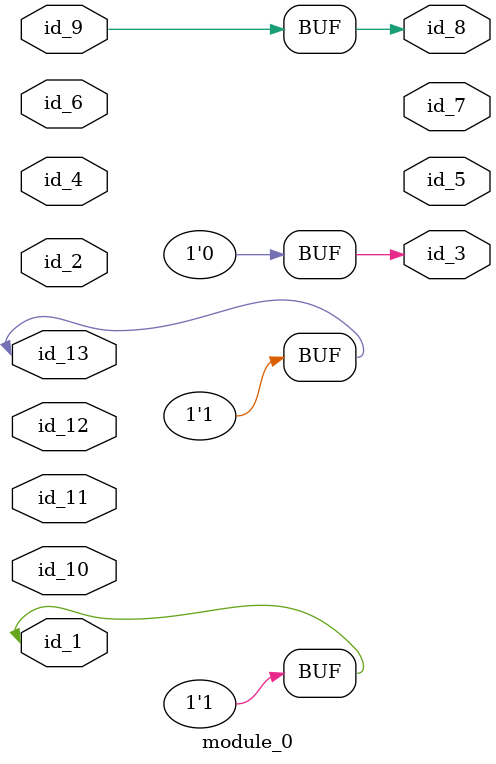
<source format=v>
`timescale 1ps / 1ps
module module_0 (
    id_1,
    id_2,
    id_3,
    id_4,
    id_5,
    id_6,
    id_7,
    id_8,
    id_9,
    id_10,
    id_11,
    id_12,
    id_13
);
  inout id_13;
  input id_12;
  input id_11;
  input id_10;
  inout id_9;
  output id_8;
  output id_7;
  input id_6;
  output id_5;
  input id_4;
  output id_3;
  inout id_2;
  inout id_1;
  initial begin
    id_13 <= 1;
    #1 id_3 = 1'b0;
    id_1 <= 1;
    id_8 = id_9;
    id_13 <= 1;
  end
endmodule

</source>
